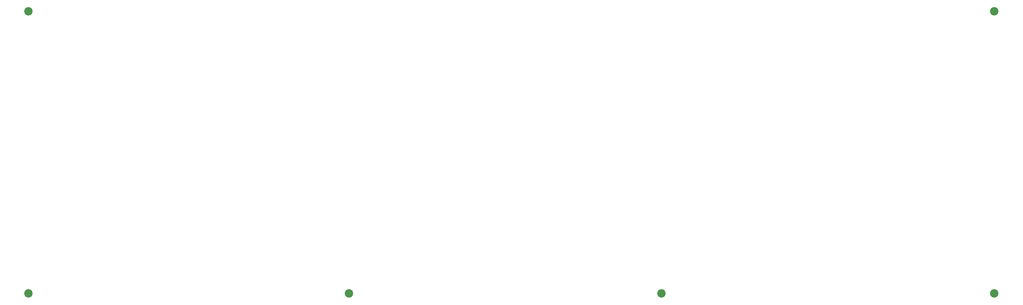
<source format=gts>
%TF.GenerationSoftware,KiCad,Pcbnew,(6.0.0-0)*%
%TF.CreationDate,2022-04-10T14:44:23+02:00*%
%TF.ProjectId,litl_plate,6c69746c-5f70-46c6-9174-652e6b696361,rev?*%
%TF.SameCoordinates,Original*%
%TF.FileFunction,Soldermask,Top*%
%TF.FilePolarity,Negative*%
%FSLAX46Y46*%
G04 Gerber Fmt 4.6, Leading zero omitted, Abs format (unit mm)*
G04 Created by KiCad (PCBNEW (6.0.0-0)) date 2022-04-10 14:44:23*
%MOMM*%
%LPD*%
G01*
G04 APERTURE LIST*
%ADD10C,2.200000*%
G04 APERTURE END LIST*
D10*
X24000007Y-71625000D03*
X277075007Y-145637500D03*
X107979107Y-145637500D03*
X24000007Y-145637500D03*
X189845807Y-145637500D03*
X277075007Y-71625000D03*
M02*

</source>
